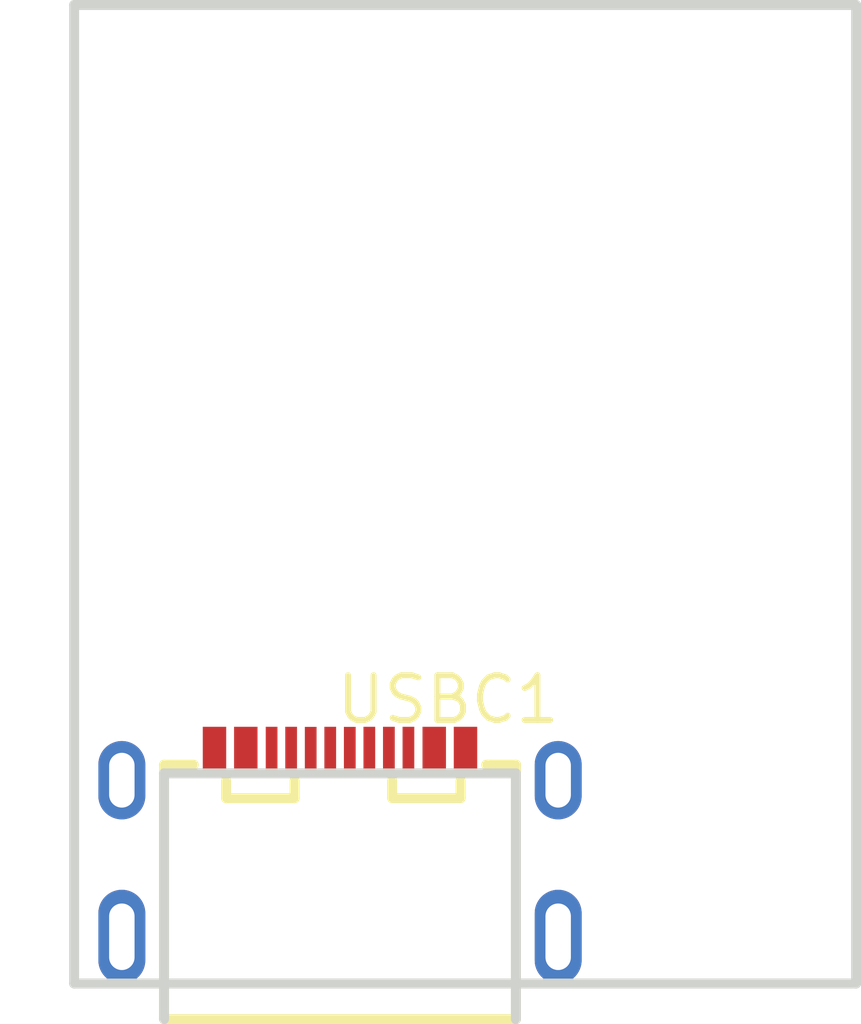
<source format=kicad_pcb>
(kicad_pcb (version 20171130) (host pcbnew "(5.1.5)-3") (page "A4") (layers (0 "F.Cu" signal) (31 "B.Cu" signal) (32 "B.Adhes" user) (33 "F.Adhes" user) (34 "B.Paste" user) (35 "F.Paste" user) (36 "B.SilkS" user) (37 "F.SilkS" user) (38 "B.Mask" user) (39 "F.Mask" user) (40 "Dwgs.User" user) (41 "Cmts.User" user) (42 "Eco1.User" user) (43 "Eco2.User" user) (44 "Edge.Cuts" user) (45 "Margin" user) (46 "B.CrtYd" user) (47 "F.CrtYd" user) (48 "B.Fab" user hide) (49 "F.Fab" user hide)) (net 0 "") (net 1 "USBC1_B8") (net 2 "USBC1_A5") (net 3 "USBC1_B7") (net 4 "USBC1_A6") (net 5 "USBC1_A7") (net 6 "USBC1_B6") (net 7 "USBC1_A8") (net 8 "USBC1_B5") (net 9 "USBC1_A9B4") (net 10 "USBC1_A12B1") (net 11 "USBC1_B9A4") (net 12 "USBC1_B12A1") (net 13 "USBC1_15") (net 14 "USBC1_14") (net 15 "USBC1_13") (net 16 "USBC1_16") (gr_line (start 12.08 12.109) (end 32.08 12.109) (width 0.254) (layer "Edge.Cuts")) (gr_line (start 32.08 12.109) (end 32.08 37.109) (width 0.254) (layer "Edge.Cuts")) (gr_line (start 32.08 37.109) (end 12.08 37.109) (width 0.254) (layer "Edge.Cuts")) (gr_line (start 12.08 37.109) (end 12.08 12.109) (width 0.254) (layer "Edge.Cuts")) (module "easyeda:USB-C-SMD_TYPE-C-USB-4" (layer "F.Cu") (at 18.88 33.52) (attr smd) (fp_text value "TYPE-C 3.1 MT 16P_C168688" (at -0.167 -5.443 0) (layer "F.Fab") hide (effects (font (size 1.143 1.143) (thickness 0.152)) (justify left))) (fp_text reference "USBC1" (at -0.167 -3.665 0) (layer "F.SilkS") (effects (font (size 1.143 1.143) (thickness 0.152)) (justify left))) (fp_line (start 4.499 4.501) (end 4.499 -1.78) (width 0.254) (layer "Edge.Cuts")) (fp_line (start 4.499 -1.78) (end -4.5 -1.78) (width 0.254) (layer "Edge.Cuts")) (fp_line (start -4.5 -1.78) (end -4.5 4.501) (width 0.254) (layer "Edge.Cuts")) (fp_poly (pts (xy -1.9 -2.97) (xy -1.6 -2.97) (xy -1.6 -1.82) (xy -1.9 -1.82)) (layer "F.Paste") (width 0)) (fp_poly (pts (xy -1.4 -2.97) (xy -1.1 -2.97) (xy -1.1 -1.82) (xy -1.4 -1.82)) (layer "F.Paste") (width 0)) (fp_poly (pts (xy -0.9 -2.968) (xy -0.6 -2.968) (xy -0.6 -1.818) (xy -0.9 -1.818)) (layer "F.Paste") (width 0)) (fp_poly (pts (xy -0.4 -2.97) (xy -0.1 -2.97) (xy -0.1 -1.82) (xy -0.4 -1.82)) (layer "F.Paste") (width 0)) (fp_poly (pts (xy 0.1 -2.968) (xy 0.4 -2.968) (xy 0.4 -1.818) (xy 0.1 -1.818)) (layer "F.Paste") (width 0)) (fp_poly (pts (xy 0.6 -2.97) (xy 0.9 -2.97) (xy 0.9 -1.82) (xy 0.6 -1.82)) (layer "F.Paste") (width 0)) (fp_poly (pts (xy 1.1 -2.97) (xy 1.4 -2.97) (xy 1.4 -1.82) (xy 1.1 -1.82)) (layer "F.Paste") (width 0)) (fp_poly (pts (xy 1.6 -2.97) (xy 1.9 -2.97) (xy 1.9 -1.82) (xy 1.6 -1.82)) (layer "F.Paste") (width 0)) (fp_poly (pts (xy 2.11 -2.97) (xy 2.71 -2.97) (xy 2.71 -1.82) (xy 2.11 -1.82)) (layer "F.Paste") (width 0)) (fp_poly (pts (xy 2.91 -2.97) (xy 3.51 -2.97) (xy 3.51 -1.82) (xy 2.91 -1.82)) (layer "F.Paste") (width 0)) (fp_poly (pts (xy -2.11 -1.82) (xy -2.71 -1.82) (xy -2.71 -2.97) (xy -2.11 -2.97)) (layer "F.Paste") (width 0)) (fp_poly (pts (xy -2.91 -1.82) (xy -3.51 -1.82) (xy -3.51 -2.97) (xy -2.91 -2.97)) (layer "F.Paste") (width 0)) (fp_line (start 3.796 -2) (end 3.741 -2) (width 0.254) (layer "F.SilkS")) (fp_line (start 4.504 -2) (end 3.796 -2) (width 0.254) (layer "F.SilkS")) (fp_line (start -3.741 -2) (end -4.5 -2) (width 0.254) (layer "F.SilkS")) (fp_line (start -4.5 -2) (end -4.5 4.5) (width 0.254) (layer "F.SilkS")) (fp_line (start -4.5 4.5) (end 4.45 4.5) (width 0.254) (layer "F.SilkS")) (fp_line (start 4.45 4.5) (end 4.5 4.5) (width 0.254) (layer "F.SilkS")) (fp_line (start 4.5 4.5) (end 4.5 -2) (width 0.254) (layer "F.SilkS")) (fp_line (start 3.084 -1.147) (end 3.084 -1.589) (width 0.254) (layer "F.SilkS")) (fp_line (start 3.084 -1.147) (end 1.334 -1.147) (width 0.254) (layer "F.SilkS")) (fp_line (start 1.334 -1.147) (end 1.334 -1.589) (width 0.254) (layer "F.SilkS")) (fp_line (start -2.912 -1.145) (end -2.912 -1.587) (width 0.254) (layer "F.SilkS")) (fp_line (start -2.912 -1.145) (end -1.162 -1.145) (width 0.254) (layer "F.SilkS")) (fp_line (start -1.162 -1.145) (end -1.162 -1.589) (width 0.254) (layer "F.SilkS")) (fp_circle (center 3.2 -2.35) (end 3.35 -2.35) (layer "Cmts.User") (width 0.3)) (pad "B8" smd rect (at -1.75 -2.395 0) (size 0.3 1.15) (layers "F.Cu" "F.Paste" "F.Mask") (net 1 "USBC1_B8")) (pad "A5" smd rect (at -1.25 -2.395 0) (size 0.3 1.15) (layers "F.Cu" "F.Paste" "F.Mask") (net 2 "USBC1_A5")) (pad "B7" smd rect (at -0.75 -2.393 0) (size 0.3 1.15) (layers "F.Cu" "F.Paste" "F.Mask") (net 3 "USBC1_B7")) (pad "A6" smd rect (at -0.25 -2.395 0) (size 0.3 1.15) (layers "F.Cu" "F.Paste" "F.Mask") (net 4 "USBC1_A6")) (pad "A7" smd rect (at 0.25 -2.393 0) (size 0.3 1.15) (layers "F.Cu" "F.Paste" "F.Mask") (net 5 "USBC1_A7")) (pad "B6" smd rect (at 0.75 -2.395 0) (size 0.3 1.15) (layers "F.Cu" "F.Paste" "F.Mask") (net 6 "USBC1_B6")) (pad "A8" smd rect (at 1.25 -2.395 0) (size 0.3 1.15) (layers "F.Cu" "F.Paste" "F.Mask") (net 7 "USBC1_A8")) (pad "B5" smd rect (at 1.75 -2.395 0) (size 0.3 1.15) (layers "F.Cu" "F.Paste" "F.Mask") (net 8 "USBC1_B5")) (pad "A9B4" smd rect (at 2.41 -2.395 0) (size 0.6 1.15) (layers "F.Cu" "F.Paste" "F.Mask") (net 9 "USBC1_A9B4")) (pad "A12B1" smd rect (at 3.21 -2.395 0) (size 0.6 1.15) (layers "F.Cu" "F.Paste" "F.Mask") (net 10 "USBC1_A12B1")) (pad "B9A4" smd rect (at -2.41 -2.395 180) (size 0.6 1.15) (layers "F.Cu" "F.Paste" "F.Mask") (net 11 "USBC1_B9A4")) (pad "B12A1" smd rect (at -3.21 -2.395 180) (size 0.6 1.15) (layers "F.Cu" "F.Paste" "F.Mask") (net 12 "USBC1_B12A1")) (pad 15 thru_hole oval (at -5.58 2.395 0) (size 1.2 2.4) (layers "*.Cu" "*.Paste" "*.Mask") (drill oval 0.65 1.7) (net 13 "USBC1_15")) (pad 14 thru_hole oval (at 5.58 2.395 0) (size 1.2 2.4) (layers "*.Cu" "*.Paste" "*.Mask") (drill oval 0.65 1.7) (net 14 "USBC1_14")) (pad 13 thru_hole oval (at 5.58 -1.605 0) (size 1.2 2) (layers "*.Cu" "*.Paste" "*.Mask") (drill oval 0.65 1.4) (net 15 "USBC1_13")) (pad 16 thru_hole oval (at -5.58 -1.605 0) (size 1.2 2) (layers "*.Cu" "*.Paste" "*.Mask") (drill oval 0.65 1.4) (net 16 "USBC1_16")) (fp_text user ggedece288e7ec5a6c9 (at 0 0) (layer "Cmts.User") (effects (font (size 1 1) (thickness 0.15))))))
</source>
